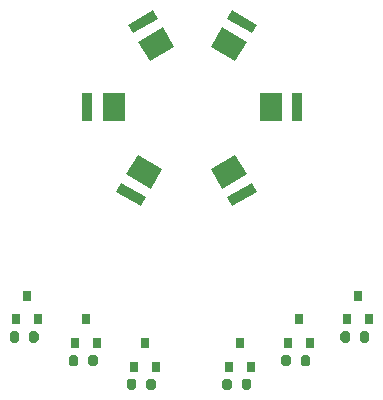
<source format=gbr>
%TF.GenerationSoftware,KiCad,Pcbnew,(5.1.8)-1*%
%TF.CreationDate,2021-03-10T15:31:21+00:00*%
%TF.ProjectId,Project_2_smaller,50726f6a-6563-4745-9f32-5f736d616c6c,rev?*%
%TF.SameCoordinates,Original*%
%TF.FileFunction,Paste,Top*%
%TF.FilePolarity,Positive*%
%FSLAX46Y46*%
G04 Gerber Fmt 4.6, Leading zero omitted, Abs format (unit mm)*
G04 Created by KiCad (PCBNEW (5.1.8)-1) date 2021-03-10 15:31:21*
%MOMM*%
%LPD*%
G01*
G04 APERTURE LIST*
%ADD10C,0.100000*%
%ADD11R,0.800000X0.900000*%
%ADD12R,1.930000X2.400000*%
%ADD13R,0.820000X2.400000*%
G04 APERTURE END LIST*
D10*
%TO.C,D17*%
G36*
X143360770Y-47541155D02*
G01*
X145439230Y-48741155D01*
X145029230Y-49451295D01*
X142950770Y-48251295D01*
X143360770Y-47541155D01*
G37*
G36*
X142525770Y-48987416D02*
G01*
X144604230Y-50187416D01*
X143639230Y-51858846D01*
X141560770Y-50658846D01*
X142525770Y-48987416D01*
G37*
%TD*%
%TO.C,R14*%
G36*
G01*
X136900000Y-78925000D02*
X136900000Y-79475000D01*
G75*
G02*
X136700000Y-79675000I-200000J0D01*
G01*
X136300000Y-79675000D01*
G75*
G02*
X136100000Y-79475000I0J200000D01*
G01*
X136100000Y-78925000D01*
G75*
G02*
X136300000Y-78725000I200000J0D01*
G01*
X136700000Y-78725000D01*
G75*
G02*
X136900000Y-78925000I0J-200000D01*
G01*
G37*
G36*
G01*
X135250000Y-78925000D02*
X135250000Y-79475000D01*
G75*
G02*
X135050000Y-79675000I-200000J0D01*
G01*
X134650000Y-79675000D01*
G75*
G02*
X134450000Y-79475000I0J200000D01*
G01*
X134450000Y-78925000D01*
G75*
G02*
X134650000Y-78725000I200000J0D01*
G01*
X135050000Y-78725000D01*
G75*
G02*
X135250000Y-78925000I0J-200000D01*
G01*
G37*
%TD*%
%TO.C,R17*%
G36*
G01*
X154175000Y-75475000D02*
X154175000Y-74925000D01*
G75*
G02*
X154375000Y-74725000I200000J0D01*
G01*
X154775000Y-74725000D01*
G75*
G02*
X154975000Y-74925000I0J-200000D01*
G01*
X154975000Y-75475000D01*
G75*
G02*
X154775000Y-75675000I-200000J0D01*
G01*
X154375000Y-75675000D01*
G75*
G02*
X154175000Y-75475000I0J200000D01*
G01*
G37*
G36*
G01*
X152525000Y-75475000D02*
X152525000Y-74925000D01*
G75*
G02*
X152725000Y-74725000I200000J0D01*
G01*
X153125000Y-74725000D01*
G75*
G02*
X153325000Y-74925000I0J-200000D01*
G01*
X153325000Y-75475000D01*
G75*
G02*
X153125000Y-75675000I-200000J0D01*
G01*
X152725000Y-75675000D01*
G75*
G02*
X152525000Y-75475000I0J200000D01*
G01*
G37*
%TD*%
%TO.C,R12*%
G36*
G01*
X126975000Y-74925000D02*
X126975000Y-75475000D01*
G75*
G02*
X126775000Y-75675000I-200000J0D01*
G01*
X126375000Y-75675000D01*
G75*
G02*
X126175000Y-75475000I0J200000D01*
G01*
X126175000Y-74925000D01*
G75*
G02*
X126375000Y-74725000I200000J0D01*
G01*
X126775000Y-74725000D01*
G75*
G02*
X126975000Y-74925000I0J-200000D01*
G01*
G37*
G36*
G01*
X125325000Y-74925000D02*
X125325000Y-75475000D01*
G75*
G02*
X125125000Y-75675000I-200000J0D01*
G01*
X124725000Y-75675000D01*
G75*
G02*
X124525000Y-75475000I0J200000D01*
G01*
X124525000Y-74925000D01*
G75*
G02*
X124725000Y-74725000I200000J0D01*
G01*
X125125000Y-74725000D01*
G75*
G02*
X125325000Y-74925000I0J-200000D01*
G01*
G37*
%TD*%
%TO.C,R13*%
G36*
G01*
X130325000Y-76925000D02*
X130325000Y-77475000D01*
G75*
G02*
X130125000Y-77675000I-200000J0D01*
G01*
X129725000Y-77675000D01*
G75*
G02*
X129525000Y-77475000I0J200000D01*
G01*
X129525000Y-76925000D01*
G75*
G02*
X129725000Y-76725000I200000J0D01*
G01*
X130125000Y-76725000D01*
G75*
G02*
X130325000Y-76925000I0J-200000D01*
G01*
G37*
G36*
G01*
X131975000Y-76925000D02*
X131975000Y-77475000D01*
G75*
G02*
X131775000Y-77675000I-200000J0D01*
G01*
X131375000Y-77675000D01*
G75*
G02*
X131175000Y-77475000I0J200000D01*
G01*
X131175000Y-76925000D01*
G75*
G02*
X131375000Y-76725000I200000J0D01*
G01*
X131775000Y-76725000D01*
G75*
G02*
X131975000Y-76925000I0J-200000D01*
G01*
G37*
%TD*%
%TO.C,R15*%
G36*
G01*
X144175000Y-79475000D02*
X144175000Y-78925000D01*
G75*
G02*
X144375000Y-78725000I200000J0D01*
G01*
X144775000Y-78725000D01*
G75*
G02*
X144975000Y-78925000I0J-200000D01*
G01*
X144975000Y-79475000D01*
G75*
G02*
X144775000Y-79675000I-200000J0D01*
G01*
X144375000Y-79675000D01*
G75*
G02*
X144175000Y-79475000I0J200000D01*
G01*
G37*
G36*
G01*
X142525000Y-79475000D02*
X142525000Y-78925000D01*
G75*
G02*
X142725000Y-78725000I200000J0D01*
G01*
X143125000Y-78725000D01*
G75*
G02*
X143325000Y-78925000I0J-200000D01*
G01*
X143325000Y-79475000D01*
G75*
G02*
X143125000Y-79675000I-200000J0D01*
G01*
X142725000Y-79675000D01*
G75*
G02*
X142525000Y-79475000I0J200000D01*
G01*
G37*
%TD*%
%TO.C,R16*%
G36*
G01*
X147525000Y-77475000D02*
X147525000Y-76925000D01*
G75*
G02*
X147725000Y-76725000I200000J0D01*
G01*
X148125000Y-76725000D01*
G75*
G02*
X148325000Y-76925000I0J-200000D01*
G01*
X148325000Y-77475000D01*
G75*
G02*
X148125000Y-77675000I-200000J0D01*
G01*
X147725000Y-77675000D01*
G75*
G02*
X147525000Y-77475000I0J200000D01*
G01*
G37*
G36*
G01*
X149175000Y-77475000D02*
X149175000Y-76925000D01*
G75*
G02*
X149375000Y-76725000I200000J0D01*
G01*
X149775000Y-76725000D01*
G75*
G02*
X149975000Y-76925000I0J-200000D01*
G01*
X149975000Y-77475000D01*
G75*
G02*
X149775000Y-77675000I-200000J0D01*
G01*
X149375000Y-77675000D01*
G75*
G02*
X149175000Y-77475000I0J200000D01*
G01*
G37*
%TD*%
D11*
%TO.C,Q5*%
X136000000Y-75700000D03*
X136950000Y-77700000D03*
X135050000Y-77700000D03*
%TD*%
D12*
%TO.C,D5*%
X133335000Y-55700000D03*
D13*
X131110000Y-55700000D03*
%TD*%
D10*
%TO.C,D7*%
G36*
X136474230Y-62635715D02*
G01*
X134395770Y-61435715D01*
X135360770Y-59764285D01*
X137439230Y-60964285D01*
X136474230Y-62635715D01*
G37*
G36*
X135639230Y-64081976D02*
G01*
X133560770Y-62881976D01*
X133970770Y-62171836D01*
X136049230Y-63371836D01*
X135639230Y-64081976D01*
G37*
%TD*%
%TO.C,D10*%
G36*
X145439230Y-62881976D02*
G01*
X143360770Y-64081976D01*
X142950770Y-63371836D01*
X145029230Y-62171836D01*
X145439230Y-62881976D01*
G37*
G36*
X144604230Y-61435715D02*
G01*
X142525770Y-62635715D01*
X141560770Y-60964285D01*
X143639230Y-59764285D01*
X144604230Y-61435715D01*
G37*
%TD*%
D13*
%TO.C,D14*%
X148890000Y-55700000D03*
D12*
X146665000Y-55700000D03*
%TD*%
D10*
%TO.C,D20*%
G36*
X135395770Y-50187416D02*
G01*
X137474230Y-48987416D01*
X138439230Y-50658846D01*
X136360770Y-51858846D01*
X135395770Y-50187416D01*
G37*
G36*
X134560770Y-48741155D02*
G01*
X136639230Y-47541155D01*
X137049230Y-48251295D01*
X134970770Y-49451295D01*
X134560770Y-48741155D01*
G37*
%TD*%
D11*
%TO.C,Q3*%
X126000000Y-71700000D03*
X126950000Y-73700000D03*
X125050000Y-73700000D03*
%TD*%
%TO.C,Q4*%
X131000000Y-73700000D03*
X131950000Y-75700000D03*
X130050000Y-75700000D03*
%TD*%
%TO.C,Q6*%
X143050000Y-77700000D03*
X144950000Y-77700000D03*
X144000000Y-75700000D03*
%TD*%
%TO.C,Q7*%
X148050000Y-75700000D03*
X149950000Y-75700000D03*
X149000000Y-73700000D03*
%TD*%
%TO.C,Q8*%
X153050000Y-73700000D03*
X154950000Y-73700000D03*
X154000000Y-71700000D03*
%TD*%
M02*

</source>
